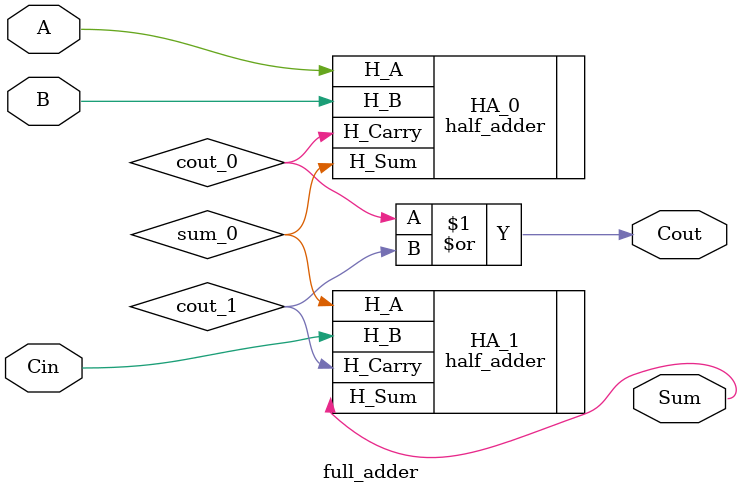
<source format=v>
`timescale 1ns / 1ps


module full_adder(A,B,Cin,Sum,Cout);
  input A,B,Cin; 
  output Sum,Cout;
  
  wire sum_0; // gets the sum of first half adder which has inputs A and B
  wire cout_0; // gets the carry of first half adder which has inputs A and B
  wire cout_1; // gets the carry of second half adder which has inputs sum of A and B(i.e., A^B) and Cin
  
  half_adder HA_0(.H_A(A),.H_B(B),.H_Sum(sum_0),.H_Carry(cout_0));
  half_adder HA_1(.H_A(sum_0),.H_B(Cin),.H_Sum(Sum),.H_Carry(cout_1)); /* half adders attached in a way such that the data gets into those wires as mentioned in comments */
  
  or(Cout, cout_0, cout_1); /* Cout is the carry of full-adder which can be get by keeping the or gate to both half adder carry's.*/ 
  
endmodule 

</source>
